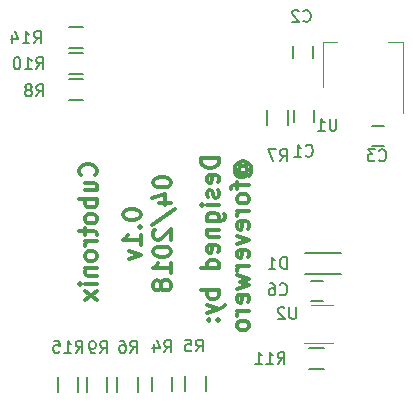
<source format=gbr>
G04 #@! TF.FileFunction,Legend,Bot*
%FSLAX46Y46*%
G04 Gerber Fmt 4.6, Leading zero omitted, Abs format (unit mm)*
G04 Created by KiCad (PCBNEW 4.0.7) date Tuesday, 24 April 2018 'PMt' 13:45:20*
%MOMM*%
%LPD*%
G01*
G04 APERTURE LIST*
%ADD10C,0.100000*%
%ADD11C,0.300000*%
%ADD12C,0.150000*%
%ADD13C,0.120000*%
G04 APERTURE END LIST*
D10*
D11*
X122535714Y-69642857D02*
X122607143Y-69571428D01*
X122678571Y-69357142D01*
X122678571Y-69214285D01*
X122607143Y-69000000D01*
X122464286Y-68857142D01*
X122321429Y-68785714D01*
X122035714Y-68714285D01*
X121821429Y-68714285D01*
X121535714Y-68785714D01*
X121392857Y-68857142D01*
X121250000Y-69000000D01*
X121178571Y-69214285D01*
X121178571Y-69357142D01*
X121250000Y-69571428D01*
X121321429Y-69642857D01*
X121678571Y-70928571D02*
X122678571Y-70928571D01*
X121678571Y-70285714D02*
X122464286Y-70285714D01*
X122607143Y-70357142D01*
X122678571Y-70500000D01*
X122678571Y-70714285D01*
X122607143Y-70857142D01*
X122535714Y-70928571D01*
X122678571Y-71642857D02*
X121178571Y-71642857D01*
X121750000Y-71642857D02*
X121678571Y-71785714D01*
X121678571Y-72071428D01*
X121750000Y-72214285D01*
X121821429Y-72285714D01*
X121964286Y-72357143D01*
X122392857Y-72357143D01*
X122535714Y-72285714D01*
X122607143Y-72214285D01*
X122678571Y-72071428D01*
X122678571Y-71785714D01*
X122607143Y-71642857D01*
X122678571Y-73214286D02*
X122607143Y-73071428D01*
X122535714Y-73000000D01*
X122392857Y-72928571D01*
X121964286Y-72928571D01*
X121821429Y-73000000D01*
X121750000Y-73071428D01*
X121678571Y-73214286D01*
X121678571Y-73428571D01*
X121750000Y-73571428D01*
X121821429Y-73642857D01*
X121964286Y-73714286D01*
X122392857Y-73714286D01*
X122535714Y-73642857D01*
X122607143Y-73571428D01*
X122678571Y-73428571D01*
X122678571Y-73214286D01*
X121678571Y-74142857D02*
X121678571Y-74714286D01*
X121178571Y-74357143D02*
X122464286Y-74357143D01*
X122607143Y-74428571D01*
X122678571Y-74571429D01*
X122678571Y-74714286D01*
X122678571Y-75214286D02*
X121678571Y-75214286D01*
X121964286Y-75214286D02*
X121821429Y-75285714D01*
X121750000Y-75357143D01*
X121678571Y-75500000D01*
X121678571Y-75642857D01*
X122678571Y-76357143D02*
X122607143Y-76214285D01*
X122535714Y-76142857D01*
X122392857Y-76071428D01*
X121964286Y-76071428D01*
X121821429Y-76142857D01*
X121750000Y-76214285D01*
X121678571Y-76357143D01*
X121678571Y-76571428D01*
X121750000Y-76714285D01*
X121821429Y-76785714D01*
X121964286Y-76857143D01*
X122392857Y-76857143D01*
X122535714Y-76785714D01*
X122607143Y-76714285D01*
X122678571Y-76571428D01*
X122678571Y-76357143D01*
X121678571Y-77500000D02*
X122678571Y-77500000D01*
X121821429Y-77500000D02*
X121750000Y-77571428D01*
X121678571Y-77714286D01*
X121678571Y-77928571D01*
X121750000Y-78071428D01*
X121892857Y-78142857D01*
X122678571Y-78142857D01*
X122678571Y-78857143D02*
X121678571Y-78857143D01*
X121178571Y-78857143D02*
X121250000Y-78785714D01*
X121321429Y-78857143D01*
X121250000Y-78928571D01*
X121178571Y-78857143D01*
X121321429Y-78857143D01*
X122678571Y-79428572D02*
X121678571Y-80214286D01*
X121678571Y-79428572D02*
X122678571Y-80214286D01*
X133003571Y-68171429D02*
X131503571Y-68171429D01*
X131503571Y-68528572D01*
X131575000Y-68742857D01*
X131717857Y-68885715D01*
X131860714Y-68957143D01*
X132146429Y-69028572D01*
X132360714Y-69028572D01*
X132646429Y-68957143D01*
X132789286Y-68885715D01*
X132932143Y-68742857D01*
X133003571Y-68528572D01*
X133003571Y-68171429D01*
X132932143Y-70242857D02*
X133003571Y-70100000D01*
X133003571Y-69814286D01*
X132932143Y-69671429D01*
X132789286Y-69600000D01*
X132217857Y-69600000D01*
X132075000Y-69671429D01*
X132003571Y-69814286D01*
X132003571Y-70100000D01*
X132075000Y-70242857D01*
X132217857Y-70314286D01*
X132360714Y-70314286D01*
X132503571Y-69600000D01*
X132932143Y-70885714D02*
X133003571Y-71028571D01*
X133003571Y-71314286D01*
X132932143Y-71457143D01*
X132789286Y-71528571D01*
X132717857Y-71528571D01*
X132575000Y-71457143D01*
X132503571Y-71314286D01*
X132503571Y-71100000D01*
X132432143Y-70957143D01*
X132289286Y-70885714D01*
X132217857Y-70885714D01*
X132075000Y-70957143D01*
X132003571Y-71100000D01*
X132003571Y-71314286D01*
X132075000Y-71457143D01*
X133003571Y-72171429D02*
X132003571Y-72171429D01*
X131503571Y-72171429D02*
X131575000Y-72100000D01*
X131646429Y-72171429D01*
X131575000Y-72242857D01*
X131503571Y-72171429D01*
X131646429Y-72171429D01*
X132003571Y-73528572D02*
X133217857Y-73528572D01*
X133360714Y-73457143D01*
X133432143Y-73385715D01*
X133503571Y-73242858D01*
X133503571Y-73028572D01*
X133432143Y-72885715D01*
X132932143Y-73528572D02*
X133003571Y-73385715D01*
X133003571Y-73100001D01*
X132932143Y-72957143D01*
X132860714Y-72885715D01*
X132717857Y-72814286D01*
X132289286Y-72814286D01*
X132146429Y-72885715D01*
X132075000Y-72957143D01*
X132003571Y-73100001D01*
X132003571Y-73385715D01*
X132075000Y-73528572D01*
X132003571Y-74242858D02*
X133003571Y-74242858D01*
X132146429Y-74242858D02*
X132075000Y-74314286D01*
X132003571Y-74457144D01*
X132003571Y-74671429D01*
X132075000Y-74814286D01*
X132217857Y-74885715D01*
X133003571Y-74885715D01*
X132932143Y-76171429D02*
X133003571Y-76028572D01*
X133003571Y-75742858D01*
X132932143Y-75600001D01*
X132789286Y-75528572D01*
X132217857Y-75528572D01*
X132075000Y-75600001D01*
X132003571Y-75742858D01*
X132003571Y-76028572D01*
X132075000Y-76171429D01*
X132217857Y-76242858D01*
X132360714Y-76242858D01*
X132503571Y-75528572D01*
X133003571Y-77528572D02*
X131503571Y-77528572D01*
X132932143Y-77528572D02*
X133003571Y-77385715D01*
X133003571Y-77100001D01*
X132932143Y-76957143D01*
X132860714Y-76885715D01*
X132717857Y-76814286D01*
X132289286Y-76814286D01*
X132146429Y-76885715D01*
X132075000Y-76957143D01*
X132003571Y-77100001D01*
X132003571Y-77385715D01*
X132075000Y-77528572D01*
X133003571Y-79385715D02*
X131503571Y-79385715D01*
X132075000Y-79385715D02*
X132003571Y-79528572D01*
X132003571Y-79814286D01*
X132075000Y-79957143D01*
X132146429Y-80028572D01*
X132289286Y-80100001D01*
X132717857Y-80100001D01*
X132860714Y-80028572D01*
X132932143Y-79957143D01*
X133003571Y-79814286D01*
X133003571Y-79528572D01*
X132932143Y-79385715D01*
X132003571Y-80600001D02*
X133003571Y-80957144D01*
X132003571Y-81314286D02*
X133003571Y-80957144D01*
X133360714Y-80814286D01*
X133432143Y-80742858D01*
X133503571Y-80600001D01*
X132860714Y-81885715D02*
X132932143Y-81957143D01*
X133003571Y-81885715D01*
X132932143Y-81814286D01*
X132860714Y-81885715D01*
X133003571Y-81885715D01*
X132075000Y-81885715D02*
X132146429Y-81957143D01*
X132217857Y-81885715D01*
X132146429Y-81814286D01*
X132075000Y-81885715D01*
X132217857Y-81885715D01*
X134839286Y-69457144D02*
X134767857Y-69385716D01*
X134696429Y-69242859D01*
X134696429Y-69100001D01*
X134767857Y-68957144D01*
X134839286Y-68885716D01*
X134982143Y-68814287D01*
X135125000Y-68814287D01*
X135267857Y-68885716D01*
X135339286Y-68957144D01*
X135410714Y-69100001D01*
X135410714Y-69242859D01*
X135339286Y-69385716D01*
X135267857Y-69457144D01*
X134696429Y-69457144D02*
X135267857Y-69457144D01*
X135339286Y-69528573D01*
X135339286Y-69600001D01*
X135267857Y-69742859D01*
X135125000Y-69814287D01*
X134767857Y-69814287D01*
X134553571Y-69671430D01*
X134410714Y-69457144D01*
X134339286Y-69171430D01*
X134410714Y-68885716D01*
X134553571Y-68671430D01*
X134767857Y-68528573D01*
X135053571Y-68457144D01*
X135339286Y-68528573D01*
X135553571Y-68671430D01*
X135696429Y-68885716D01*
X135767857Y-69171430D01*
X135696429Y-69457144D01*
X135553571Y-69671430D01*
X134553571Y-70242858D02*
X134553571Y-70814287D01*
X135553571Y-70457144D02*
X134267857Y-70457144D01*
X134125000Y-70528572D01*
X134053571Y-70671430D01*
X134053571Y-70814287D01*
X135553571Y-71528573D02*
X135482143Y-71385715D01*
X135410714Y-71314287D01*
X135267857Y-71242858D01*
X134839286Y-71242858D01*
X134696429Y-71314287D01*
X134625000Y-71385715D01*
X134553571Y-71528573D01*
X134553571Y-71742858D01*
X134625000Y-71885715D01*
X134696429Y-71957144D01*
X134839286Y-72028573D01*
X135267857Y-72028573D01*
X135410714Y-71957144D01*
X135482143Y-71885715D01*
X135553571Y-71742858D01*
X135553571Y-71528573D01*
X135553571Y-72671430D02*
X134553571Y-72671430D01*
X134839286Y-72671430D02*
X134696429Y-72742858D01*
X134625000Y-72814287D01*
X134553571Y-72957144D01*
X134553571Y-73100001D01*
X135482143Y-74171429D02*
X135553571Y-74028572D01*
X135553571Y-73742858D01*
X135482143Y-73600001D01*
X135339286Y-73528572D01*
X134767857Y-73528572D01*
X134625000Y-73600001D01*
X134553571Y-73742858D01*
X134553571Y-74028572D01*
X134625000Y-74171429D01*
X134767857Y-74242858D01*
X134910714Y-74242858D01*
X135053571Y-73528572D01*
X134553571Y-74742858D02*
X135553571Y-75100001D01*
X134553571Y-75457143D01*
X135482143Y-76600000D02*
X135553571Y-76457143D01*
X135553571Y-76171429D01*
X135482143Y-76028572D01*
X135339286Y-75957143D01*
X134767857Y-75957143D01*
X134625000Y-76028572D01*
X134553571Y-76171429D01*
X134553571Y-76457143D01*
X134625000Y-76600000D01*
X134767857Y-76671429D01*
X134910714Y-76671429D01*
X135053571Y-75957143D01*
X135553571Y-77314286D02*
X134553571Y-77314286D01*
X134839286Y-77314286D02*
X134696429Y-77385714D01*
X134625000Y-77457143D01*
X134553571Y-77600000D01*
X134553571Y-77742857D01*
X134553571Y-78100000D02*
X135553571Y-78385714D01*
X134839286Y-78671428D01*
X135553571Y-78957143D01*
X134553571Y-79242857D01*
X135482143Y-80385714D02*
X135553571Y-80242857D01*
X135553571Y-79957143D01*
X135482143Y-79814286D01*
X135339286Y-79742857D01*
X134767857Y-79742857D01*
X134625000Y-79814286D01*
X134553571Y-79957143D01*
X134553571Y-80242857D01*
X134625000Y-80385714D01*
X134767857Y-80457143D01*
X134910714Y-80457143D01*
X135053571Y-79742857D01*
X135553571Y-81100000D02*
X134553571Y-81100000D01*
X134839286Y-81100000D02*
X134696429Y-81171428D01*
X134625000Y-81242857D01*
X134553571Y-81385714D01*
X134553571Y-81528571D01*
X135553571Y-82242857D02*
X135482143Y-82099999D01*
X135410714Y-82028571D01*
X135267857Y-81957142D01*
X134839286Y-81957142D01*
X134696429Y-82028571D01*
X134625000Y-82099999D01*
X134553571Y-82242857D01*
X134553571Y-82457142D01*
X134625000Y-82599999D01*
X134696429Y-82671428D01*
X134839286Y-82742857D01*
X135267857Y-82742857D01*
X135410714Y-82671428D01*
X135482143Y-82599999D01*
X135553571Y-82457142D01*
X135553571Y-82242857D01*
X124903571Y-72885715D02*
X124903571Y-73028572D01*
X124975000Y-73171429D01*
X125046429Y-73242858D01*
X125189286Y-73314287D01*
X125475000Y-73385715D01*
X125832143Y-73385715D01*
X126117857Y-73314287D01*
X126260714Y-73242858D01*
X126332143Y-73171429D01*
X126403571Y-73028572D01*
X126403571Y-72885715D01*
X126332143Y-72742858D01*
X126260714Y-72671429D01*
X126117857Y-72600001D01*
X125832143Y-72528572D01*
X125475000Y-72528572D01*
X125189286Y-72600001D01*
X125046429Y-72671429D01*
X124975000Y-72742858D01*
X124903571Y-72885715D01*
X126260714Y-74028572D02*
X126332143Y-74100000D01*
X126403571Y-74028572D01*
X126332143Y-73957143D01*
X126260714Y-74028572D01*
X126403571Y-74028572D01*
X126403571Y-75528572D02*
X126403571Y-74671429D01*
X126403571Y-75100001D02*
X124903571Y-75100001D01*
X125117857Y-74957144D01*
X125260714Y-74814286D01*
X125332143Y-74671429D01*
X125403571Y-76028572D02*
X126403571Y-76385715D01*
X125403571Y-76742857D01*
X127453571Y-70171430D02*
X127453571Y-70314287D01*
X127525000Y-70457144D01*
X127596429Y-70528573D01*
X127739286Y-70600002D01*
X128025000Y-70671430D01*
X128382143Y-70671430D01*
X128667857Y-70600002D01*
X128810714Y-70528573D01*
X128882143Y-70457144D01*
X128953571Y-70314287D01*
X128953571Y-70171430D01*
X128882143Y-70028573D01*
X128810714Y-69957144D01*
X128667857Y-69885716D01*
X128382143Y-69814287D01*
X128025000Y-69814287D01*
X127739286Y-69885716D01*
X127596429Y-69957144D01*
X127525000Y-70028573D01*
X127453571Y-70171430D01*
X127953571Y-71957144D02*
X128953571Y-71957144D01*
X127382143Y-71600001D02*
X128453571Y-71242858D01*
X128453571Y-72171430D01*
X127382143Y-73814286D02*
X129310714Y-72528572D01*
X127596429Y-74242858D02*
X127525000Y-74314287D01*
X127453571Y-74457144D01*
X127453571Y-74814287D01*
X127525000Y-74957144D01*
X127596429Y-75028573D01*
X127739286Y-75100001D01*
X127882143Y-75100001D01*
X128096429Y-75028573D01*
X128953571Y-74171430D01*
X128953571Y-75100001D01*
X127453571Y-76028572D02*
X127453571Y-76171429D01*
X127525000Y-76314286D01*
X127596429Y-76385715D01*
X127739286Y-76457144D01*
X128025000Y-76528572D01*
X128382143Y-76528572D01*
X128667857Y-76457144D01*
X128810714Y-76385715D01*
X128882143Y-76314286D01*
X128953571Y-76171429D01*
X128953571Y-76028572D01*
X128882143Y-75885715D01*
X128810714Y-75814286D01*
X128667857Y-75742858D01*
X128382143Y-75671429D01*
X128025000Y-75671429D01*
X127739286Y-75742858D01*
X127596429Y-75814286D01*
X127525000Y-75885715D01*
X127453571Y-76028572D01*
X128953571Y-77957143D02*
X128953571Y-77100000D01*
X128953571Y-77528572D02*
X127453571Y-77528572D01*
X127667857Y-77385715D01*
X127810714Y-77242857D01*
X127882143Y-77100000D01*
X128096429Y-78814286D02*
X128025000Y-78671428D01*
X127953571Y-78600000D01*
X127810714Y-78528571D01*
X127739286Y-78528571D01*
X127596429Y-78600000D01*
X127525000Y-78671428D01*
X127453571Y-78814286D01*
X127453571Y-79100000D01*
X127525000Y-79242857D01*
X127596429Y-79314286D01*
X127739286Y-79385714D01*
X127810714Y-79385714D01*
X127953571Y-79314286D01*
X128025000Y-79242857D01*
X128096429Y-79100000D01*
X128096429Y-78814286D01*
X128167857Y-78671428D01*
X128239286Y-78600000D01*
X128382143Y-78528571D01*
X128667857Y-78528571D01*
X128810714Y-78600000D01*
X128882143Y-78671428D01*
X128953571Y-78814286D01*
X128953571Y-79100000D01*
X128882143Y-79242857D01*
X128810714Y-79314286D01*
X128667857Y-79385714D01*
X128382143Y-79385714D01*
X128239286Y-79314286D01*
X128167857Y-79242857D01*
X128096429Y-79100000D01*
D12*
X121500000Y-57125000D02*
X120300000Y-57125000D01*
X120300000Y-58875000D02*
X121500000Y-58875000D01*
X139350000Y-65150000D02*
X139350000Y-64150000D01*
X141050000Y-64150000D02*
X141050000Y-65150000D01*
X140950000Y-58700000D02*
X140950000Y-59700000D01*
X139250000Y-59700000D02*
X139250000Y-58700000D01*
X147000000Y-67150000D02*
X146000000Y-67150000D01*
X146000000Y-65450000D02*
X147000000Y-65450000D01*
X141825000Y-80250000D02*
X140825000Y-80250000D01*
X140825000Y-78550000D02*
X141825000Y-78550000D01*
X143310000Y-78030000D02*
X140310000Y-78030000D01*
X143310000Y-76230000D02*
X140310000Y-76230000D01*
X129075000Y-87925000D02*
X129075000Y-86725000D01*
X127325000Y-86725000D02*
X127325000Y-87925000D01*
X130150000Y-86675000D02*
X130150000Y-87875000D01*
X131900000Y-87875000D02*
X131900000Y-86675000D01*
X124425000Y-86750000D02*
X124425000Y-87950000D01*
X126175000Y-87950000D02*
X126175000Y-86750000D01*
X138875000Y-65350000D02*
X138875000Y-64150000D01*
X137125000Y-64150000D02*
X137125000Y-65350000D01*
X121500000Y-61525000D02*
X120300000Y-61525000D01*
X120300000Y-63275000D02*
X121500000Y-63275000D01*
X121825000Y-86750000D02*
X121825000Y-87950000D01*
X123575000Y-87950000D02*
X123575000Y-86750000D01*
X120300000Y-61075000D02*
X121500000Y-61075000D01*
X121500000Y-59325000D02*
X120300000Y-59325000D01*
X140675000Y-86025000D02*
X141875000Y-86025000D01*
X141875000Y-84275000D02*
X140675000Y-84275000D01*
X119375000Y-86750000D02*
X119375000Y-87950000D01*
X121125000Y-87950000D02*
X121125000Y-86750000D01*
D13*
X140850000Y-80640000D02*
X142650000Y-80640000D01*
X142650000Y-83860000D02*
X140200000Y-83860000D01*
X141790000Y-58390000D02*
X143050000Y-58390000D01*
X148610000Y-58390000D02*
X147350000Y-58390000D01*
X141790000Y-62150000D02*
X141790000Y-58390000D01*
X148610000Y-64400000D02*
X148610000Y-58390000D01*
D12*
X117342857Y-58452381D02*
X117676191Y-57976190D01*
X117914286Y-58452381D02*
X117914286Y-57452381D01*
X117533333Y-57452381D01*
X117438095Y-57500000D01*
X117390476Y-57547619D01*
X117342857Y-57642857D01*
X117342857Y-57785714D01*
X117390476Y-57880952D01*
X117438095Y-57928571D01*
X117533333Y-57976190D01*
X117914286Y-57976190D01*
X116390476Y-58452381D02*
X116961905Y-58452381D01*
X116676191Y-58452381D02*
X116676191Y-57452381D01*
X116771429Y-57595238D01*
X116866667Y-57690476D01*
X116961905Y-57738095D01*
X115533333Y-57785714D02*
X115533333Y-58452381D01*
X115771429Y-57404762D02*
X116009524Y-58119048D01*
X115390476Y-58119048D01*
X140366666Y-67957143D02*
X140414285Y-68004762D01*
X140557142Y-68052381D01*
X140652380Y-68052381D01*
X140795238Y-68004762D01*
X140890476Y-67909524D01*
X140938095Y-67814286D01*
X140985714Y-67623810D01*
X140985714Y-67480952D01*
X140938095Y-67290476D01*
X140890476Y-67195238D01*
X140795238Y-67100000D01*
X140652380Y-67052381D01*
X140557142Y-67052381D01*
X140414285Y-67100000D01*
X140366666Y-67147619D01*
X139414285Y-68052381D02*
X139985714Y-68052381D01*
X139700000Y-68052381D02*
X139700000Y-67052381D01*
X139795238Y-67195238D01*
X139890476Y-67290476D01*
X139985714Y-67338095D01*
X140166666Y-56557143D02*
X140214285Y-56604762D01*
X140357142Y-56652381D01*
X140452380Y-56652381D01*
X140595238Y-56604762D01*
X140690476Y-56509524D01*
X140738095Y-56414286D01*
X140785714Y-56223810D01*
X140785714Y-56080952D01*
X140738095Y-55890476D01*
X140690476Y-55795238D01*
X140595238Y-55700000D01*
X140452380Y-55652381D01*
X140357142Y-55652381D01*
X140214285Y-55700000D01*
X140166666Y-55747619D01*
X139785714Y-55747619D02*
X139738095Y-55700000D01*
X139642857Y-55652381D01*
X139404761Y-55652381D01*
X139309523Y-55700000D01*
X139261904Y-55747619D01*
X139214285Y-55842857D01*
X139214285Y-55938095D01*
X139261904Y-56080952D01*
X139833333Y-56652381D01*
X139214285Y-56652381D01*
X146566666Y-68357143D02*
X146614285Y-68404762D01*
X146757142Y-68452381D01*
X146852380Y-68452381D01*
X146995238Y-68404762D01*
X147090476Y-68309524D01*
X147138095Y-68214286D01*
X147185714Y-68023810D01*
X147185714Y-67880952D01*
X147138095Y-67690476D01*
X147090476Y-67595238D01*
X146995238Y-67500000D01*
X146852380Y-67452381D01*
X146757142Y-67452381D01*
X146614285Y-67500000D01*
X146566666Y-67547619D01*
X146233333Y-67452381D02*
X145614285Y-67452381D01*
X145947619Y-67833333D01*
X145804761Y-67833333D01*
X145709523Y-67880952D01*
X145661904Y-67928571D01*
X145614285Y-68023810D01*
X145614285Y-68261905D01*
X145661904Y-68357143D01*
X145709523Y-68404762D01*
X145804761Y-68452381D01*
X146090476Y-68452381D01*
X146185714Y-68404762D01*
X146233333Y-68357143D01*
X138166666Y-79707143D02*
X138214285Y-79754762D01*
X138357142Y-79802381D01*
X138452380Y-79802381D01*
X138595238Y-79754762D01*
X138690476Y-79659524D01*
X138738095Y-79564286D01*
X138785714Y-79373810D01*
X138785714Y-79230952D01*
X138738095Y-79040476D01*
X138690476Y-78945238D01*
X138595238Y-78850000D01*
X138452380Y-78802381D01*
X138357142Y-78802381D01*
X138214285Y-78850000D01*
X138166666Y-78897619D01*
X137309523Y-78802381D02*
X137500000Y-78802381D01*
X137595238Y-78850000D01*
X137642857Y-78897619D01*
X137738095Y-79040476D01*
X137785714Y-79230952D01*
X137785714Y-79611905D01*
X137738095Y-79707143D01*
X137690476Y-79754762D01*
X137595238Y-79802381D01*
X137404761Y-79802381D01*
X137309523Y-79754762D01*
X137261904Y-79707143D01*
X137214285Y-79611905D01*
X137214285Y-79373810D01*
X137261904Y-79278571D01*
X137309523Y-79230952D01*
X137404761Y-79183333D01*
X137595238Y-79183333D01*
X137690476Y-79230952D01*
X137738095Y-79278571D01*
X137785714Y-79373810D01*
X138738095Y-77552381D02*
X138738095Y-76552381D01*
X138500000Y-76552381D01*
X138357142Y-76600000D01*
X138261904Y-76695238D01*
X138214285Y-76790476D01*
X138166666Y-76980952D01*
X138166666Y-77123810D01*
X138214285Y-77314286D01*
X138261904Y-77409524D01*
X138357142Y-77504762D01*
X138500000Y-77552381D01*
X138738095Y-77552381D01*
X137214285Y-77552381D02*
X137785714Y-77552381D01*
X137500000Y-77552381D02*
X137500000Y-76552381D01*
X137595238Y-76695238D01*
X137690476Y-76790476D01*
X137785714Y-76838095D01*
X128366666Y-84627381D02*
X128700000Y-84151190D01*
X128938095Y-84627381D02*
X128938095Y-83627381D01*
X128557142Y-83627381D01*
X128461904Y-83675000D01*
X128414285Y-83722619D01*
X128366666Y-83817857D01*
X128366666Y-83960714D01*
X128414285Y-84055952D01*
X128461904Y-84103571D01*
X128557142Y-84151190D01*
X128938095Y-84151190D01*
X127509523Y-83960714D02*
X127509523Y-84627381D01*
X127747619Y-83579762D02*
X127985714Y-84294048D01*
X127366666Y-84294048D01*
X131066666Y-84552381D02*
X131400000Y-84076190D01*
X131638095Y-84552381D02*
X131638095Y-83552381D01*
X131257142Y-83552381D01*
X131161904Y-83600000D01*
X131114285Y-83647619D01*
X131066666Y-83742857D01*
X131066666Y-83885714D01*
X131114285Y-83980952D01*
X131161904Y-84028571D01*
X131257142Y-84076190D01*
X131638095Y-84076190D01*
X130161904Y-83552381D02*
X130638095Y-83552381D01*
X130685714Y-84028571D01*
X130638095Y-83980952D01*
X130542857Y-83933333D01*
X130304761Y-83933333D01*
X130209523Y-83980952D01*
X130161904Y-84028571D01*
X130114285Y-84123810D01*
X130114285Y-84361905D01*
X130161904Y-84457143D01*
X130209523Y-84504762D01*
X130304761Y-84552381D01*
X130542857Y-84552381D01*
X130638095Y-84504762D01*
X130685714Y-84457143D01*
X125516666Y-84652381D02*
X125850000Y-84176190D01*
X126088095Y-84652381D02*
X126088095Y-83652381D01*
X125707142Y-83652381D01*
X125611904Y-83700000D01*
X125564285Y-83747619D01*
X125516666Y-83842857D01*
X125516666Y-83985714D01*
X125564285Y-84080952D01*
X125611904Y-84128571D01*
X125707142Y-84176190D01*
X126088095Y-84176190D01*
X124659523Y-83652381D02*
X124850000Y-83652381D01*
X124945238Y-83700000D01*
X124992857Y-83747619D01*
X125088095Y-83890476D01*
X125135714Y-84080952D01*
X125135714Y-84461905D01*
X125088095Y-84557143D01*
X125040476Y-84604762D01*
X124945238Y-84652381D01*
X124754761Y-84652381D01*
X124659523Y-84604762D01*
X124611904Y-84557143D01*
X124564285Y-84461905D01*
X124564285Y-84223810D01*
X124611904Y-84128571D01*
X124659523Y-84080952D01*
X124754761Y-84033333D01*
X124945238Y-84033333D01*
X125040476Y-84080952D01*
X125088095Y-84128571D01*
X125135714Y-84223810D01*
X138166666Y-68452381D02*
X138500000Y-67976190D01*
X138738095Y-68452381D02*
X138738095Y-67452381D01*
X138357142Y-67452381D01*
X138261904Y-67500000D01*
X138214285Y-67547619D01*
X138166666Y-67642857D01*
X138166666Y-67785714D01*
X138214285Y-67880952D01*
X138261904Y-67928571D01*
X138357142Y-67976190D01*
X138738095Y-67976190D01*
X137833333Y-67452381D02*
X137166666Y-67452381D01*
X137595238Y-68452381D01*
X117566666Y-62952381D02*
X117900000Y-62476190D01*
X118138095Y-62952381D02*
X118138095Y-61952381D01*
X117757142Y-61952381D01*
X117661904Y-62000000D01*
X117614285Y-62047619D01*
X117566666Y-62142857D01*
X117566666Y-62285714D01*
X117614285Y-62380952D01*
X117661904Y-62428571D01*
X117757142Y-62476190D01*
X118138095Y-62476190D01*
X116995238Y-62380952D02*
X117090476Y-62333333D01*
X117138095Y-62285714D01*
X117185714Y-62190476D01*
X117185714Y-62142857D01*
X117138095Y-62047619D01*
X117090476Y-62000000D01*
X116995238Y-61952381D01*
X116804761Y-61952381D01*
X116709523Y-62000000D01*
X116661904Y-62047619D01*
X116614285Y-62142857D01*
X116614285Y-62190476D01*
X116661904Y-62285714D01*
X116709523Y-62333333D01*
X116804761Y-62380952D01*
X116995238Y-62380952D01*
X117090476Y-62428571D01*
X117138095Y-62476190D01*
X117185714Y-62571429D01*
X117185714Y-62761905D01*
X117138095Y-62857143D01*
X117090476Y-62904762D01*
X116995238Y-62952381D01*
X116804761Y-62952381D01*
X116709523Y-62904762D01*
X116661904Y-62857143D01*
X116614285Y-62761905D01*
X116614285Y-62571429D01*
X116661904Y-62476190D01*
X116709523Y-62428571D01*
X116804761Y-62380952D01*
X122966666Y-84702381D02*
X123300000Y-84226190D01*
X123538095Y-84702381D02*
X123538095Y-83702381D01*
X123157142Y-83702381D01*
X123061904Y-83750000D01*
X123014285Y-83797619D01*
X122966666Y-83892857D01*
X122966666Y-84035714D01*
X123014285Y-84130952D01*
X123061904Y-84178571D01*
X123157142Y-84226190D01*
X123538095Y-84226190D01*
X122490476Y-84702381D02*
X122300000Y-84702381D01*
X122204761Y-84654762D01*
X122157142Y-84607143D01*
X122061904Y-84464286D01*
X122014285Y-84273810D01*
X122014285Y-83892857D01*
X122061904Y-83797619D01*
X122109523Y-83750000D01*
X122204761Y-83702381D01*
X122395238Y-83702381D01*
X122490476Y-83750000D01*
X122538095Y-83797619D01*
X122585714Y-83892857D01*
X122585714Y-84130952D01*
X122538095Y-84226190D01*
X122490476Y-84273810D01*
X122395238Y-84321429D01*
X122204761Y-84321429D01*
X122109523Y-84273810D01*
X122061904Y-84226190D01*
X122014285Y-84130952D01*
X117542857Y-60652381D02*
X117876191Y-60176190D01*
X118114286Y-60652381D02*
X118114286Y-59652381D01*
X117733333Y-59652381D01*
X117638095Y-59700000D01*
X117590476Y-59747619D01*
X117542857Y-59842857D01*
X117542857Y-59985714D01*
X117590476Y-60080952D01*
X117638095Y-60128571D01*
X117733333Y-60176190D01*
X118114286Y-60176190D01*
X116590476Y-60652381D02*
X117161905Y-60652381D01*
X116876191Y-60652381D02*
X116876191Y-59652381D01*
X116971429Y-59795238D01*
X117066667Y-59890476D01*
X117161905Y-59938095D01*
X115971429Y-59652381D02*
X115876190Y-59652381D01*
X115780952Y-59700000D01*
X115733333Y-59747619D01*
X115685714Y-59842857D01*
X115638095Y-60033333D01*
X115638095Y-60271429D01*
X115685714Y-60461905D01*
X115733333Y-60557143D01*
X115780952Y-60604762D01*
X115876190Y-60652381D01*
X115971429Y-60652381D01*
X116066667Y-60604762D01*
X116114286Y-60557143D01*
X116161905Y-60461905D01*
X116209524Y-60271429D01*
X116209524Y-60033333D01*
X116161905Y-59842857D01*
X116114286Y-59747619D01*
X116066667Y-59700000D01*
X115971429Y-59652381D01*
X137992857Y-85602381D02*
X138326191Y-85126190D01*
X138564286Y-85602381D02*
X138564286Y-84602381D01*
X138183333Y-84602381D01*
X138088095Y-84650000D01*
X138040476Y-84697619D01*
X137992857Y-84792857D01*
X137992857Y-84935714D01*
X138040476Y-85030952D01*
X138088095Y-85078571D01*
X138183333Y-85126190D01*
X138564286Y-85126190D01*
X137040476Y-85602381D02*
X137611905Y-85602381D01*
X137326191Y-85602381D02*
X137326191Y-84602381D01*
X137421429Y-84745238D01*
X137516667Y-84840476D01*
X137611905Y-84888095D01*
X136088095Y-85602381D02*
X136659524Y-85602381D01*
X136373810Y-85602381D02*
X136373810Y-84602381D01*
X136469048Y-84745238D01*
X136564286Y-84840476D01*
X136659524Y-84888095D01*
X120892857Y-84652381D02*
X121226191Y-84176190D01*
X121464286Y-84652381D02*
X121464286Y-83652381D01*
X121083333Y-83652381D01*
X120988095Y-83700000D01*
X120940476Y-83747619D01*
X120892857Y-83842857D01*
X120892857Y-83985714D01*
X120940476Y-84080952D01*
X120988095Y-84128571D01*
X121083333Y-84176190D01*
X121464286Y-84176190D01*
X119940476Y-84652381D02*
X120511905Y-84652381D01*
X120226191Y-84652381D02*
X120226191Y-83652381D01*
X120321429Y-83795238D01*
X120416667Y-83890476D01*
X120511905Y-83938095D01*
X119035714Y-83652381D02*
X119511905Y-83652381D01*
X119559524Y-84128571D01*
X119511905Y-84080952D01*
X119416667Y-84033333D01*
X119178571Y-84033333D01*
X119083333Y-84080952D01*
X119035714Y-84128571D01*
X118988095Y-84223810D01*
X118988095Y-84461905D01*
X119035714Y-84557143D01*
X119083333Y-84604762D01*
X119178571Y-84652381D01*
X119416667Y-84652381D01*
X119511905Y-84604762D01*
X119559524Y-84557143D01*
X139561905Y-80802381D02*
X139561905Y-81611905D01*
X139514286Y-81707143D01*
X139466667Y-81754762D01*
X139371429Y-81802381D01*
X139180952Y-81802381D01*
X139085714Y-81754762D01*
X139038095Y-81707143D01*
X138990476Y-81611905D01*
X138990476Y-80802381D01*
X138561905Y-80897619D02*
X138514286Y-80850000D01*
X138419048Y-80802381D01*
X138180952Y-80802381D01*
X138085714Y-80850000D01*
X138038095Y-80897619D01*
X137990476Y-80992857D01*
X137990476Y-81088095D01*
X138038095Y-81230952D01*
X138609524Y-81802381D01*
X137990476Y-81802381D01*
X142961905Y-64852381D02*
X142961905Y-65661905D01*
X142914286Y-65757143D01*
X142866667Y-65804762D01*
X142771429Y-65852381D01*
X142580952Y-65852381D01*
X142485714Y-65804762D01*
X142438095Y-65757143D01*
X142390476Y-65661905D01*
X142390476Y-64852381D01*
X141390476Y-65852381D02*
X141961905Y-65852381D01*
X141676191Y-65852381D02*
X141676191Y-64852381D01*
X141771429Y-64995238D01*
X141866667Y-65090476D01*
X141961905Y-65138095D01*
M02*

</source>
